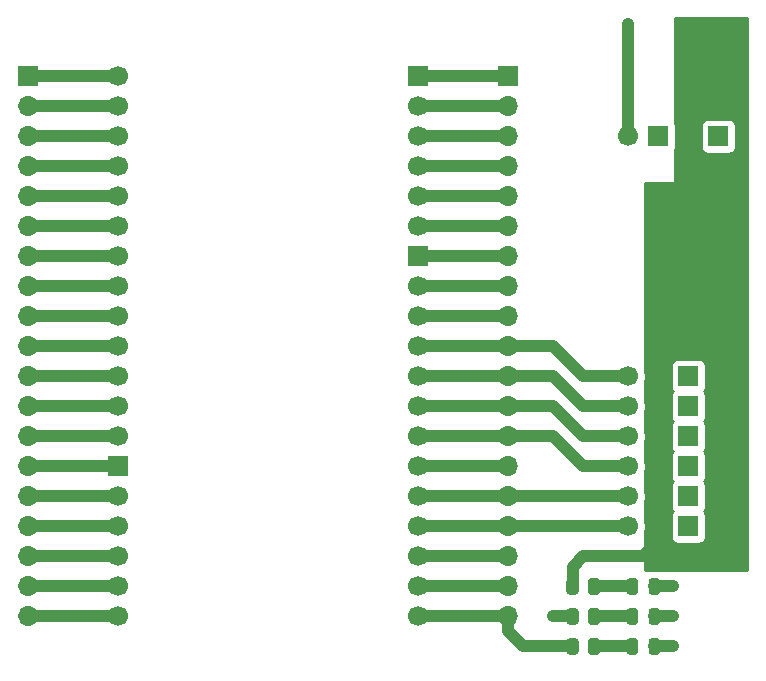
<source format=gbr>
%TF.GenerationSoftware,KiCad,Pcbnew,5.1.10-88a1d61d58~90~ubuntu20.04.1*%
%TF.CreationDate,2021-09-15T12:25:38+00:00*%
%TF.ProjectId,WifiServoBridge,57696669-5365-4727-966f-427269646765,rev?*%
%TF.SameCoordinates,Original*%
%TF.FileFunction,Copper,L1,Top*%
%TF.FilePolarity,Positive*%
%FSLAX46Y46*%
G04 Gerber Fmt 4.6, Leading zero omitted, Abs format (unit mm)*
G04 Created by KiCad (PCBNEW 5.1.10-88a1d61d58~90~ubuntu20.04.1) date 2021-09-15 12:25:38*
%MOMM*%
%LPD*%
G01*
G04 APERTURE LIST*
%TA.AperFunction,ComponentPad*%
%ADD10O,1.700000X1.700000*%
%TD*%
%TA.AperFunction,ComponentPad*%
%ADD11R,1.700000X1.700000*%
%TD*%
%TA.AperFunction,ComponentPad*%
%ADD12C,1.700000*%
%TD*%
%TA.AperFunction,ViaPad*%
%ADD13C,0.800000*%
%TD*%
%TA.AperFunction,Conductor*%
%ADD14C,1.000000*%
%TD*%
%TA.AperFunction,Conductor*%
%ADD15C,0.254000*%
%TD*%
%TA.AperFunction,Conductor*%
%ADD16C,0.100000*%
%TD*%
G04 APERTURE END LIST*
D10*
%TO.P,J4,19*%
%TO.N,DEBUG_LED*%
X392430000Y83820000D03*
%TO.P,J4,18*%
%TO.N,MCU_GPIO7*%
X392430000Y86360000D03*
%TO.P,J4,17*%
%TO.N,MCU_GPIO8*%
X392430000Y88900000D03*
%TO.P,J4,16*%
%TO.N,MCU_GPIO15*%
X392430000Y91440000D03*
%TO.P,J4,15*%
%TO.N,MCU_GPIO2*%
X392430000Y93980000D03*
%TO.P,J4,14*%
%TO.N,MCU_GPIO0*%
X392430000Y96520000D03*
%TO.P,J4,13*%
%TO.N,MCU_GPIO4*%
X392430000Y99060000D03*
%TO.P,J4,12*%
%TO.N,MCU_GPIO16*%
X392430000Y101600000D03*
%TO.P,J4,11*%
%TO.N,MCU_GPIO17*%
X392430000Y104140000D03*
%TO.P,J4,10*%
%TO.N,MCU_GPIO5*%
X392430000Y106680000D03*
%TO.P,J4,9*%
%TO.N,MCU_GPIO18*%
X392430000Y109220000D03*
%TO.P,J4,8*%
%TO.N,MCU_GPIO19*%
X392430000Y111760000D03*
%TO.P,J4,7*%
%TO.N,MCU_GND*%
X392430000Y114300000D03*
%TO.P,J4,6*%
%TO.N,MCU_GPIO21*%
X392430000Y116840000D03*
%TO.P,J4,5*%
%TO.N,MCU_GPIO3*%
X392430000Y119380000D03*
%TO.P,J4,4*%
%TO.N,MCU_GPIO1*%
X392430000Y121920000D03*
%TO.P,J4,3*%
%TO.N,MCU_GPIO22*%
X392430000Y124460000D03*
%TO.P,J4,2*%
%TO.N,MCU_GPIO23*%
X392430000Y127000000D03*
D11*
%TO.P,J4,1*%
%TO.N,MCU_GND*%
X392430000Y129540000D03*
%TD*%
D10*
%TO.P,J3,19*%
%TO.N,MCU_+5V*%
X351790000Y83820000D03*
%TO.P,J3,18*%
%TO.N,MCU_CMD*%
X351790000Y86360000D03*
%TO.P,J3,17*%
%TO.N,MCU_GPIO10*%
X351790000Y88900000D03*
%TO.P,J3,16*%
%TO.N,MCU_GPIO9*%
X351790000Y91440000D03*
%TO.P,J3,15*%
%TO.N,MCU_GPIO13*%
X351790000Y93980000D03*
%TO.P,J3,14*%
%TO.N,MCU_GND*%
X351790000Y96520000D03*
%TO.P,J3,13*%
%TO.N,MCU_GPIO12*%
X351790000Y99060000D03*
%TO.P,J3,12*%
%TO.N,MCU_GPIO14*%
X351790000Y101600000D03*
%TO.P,J3,11*%
%TO.N,MCU_GPIO27*%
X351790000Y104140000D03*
%TO.P,J3,10*%
%TO.N,MCU_GPIO26*%
X351790000Y106680000D03*
%TO.P,J3,9*%
%TO.N,MCU_GPIO25*%
X351790000Y109220000D03*
%TO.P,J3,8*%
%TO.N,MCU_GPIO33*%
X351790000Y111760000D03*
%TO.P,J3,7*%
%TO.N,MCU_GPIO32*%
X351790000Y114300000D03*
%TO.P,J3,6*%
%TO.N,MCU_GPIO35*%
X351790000Y116840000D03*
%TO.P,J3,5*%
%TO.N,MCU_GPIO34*%
X351790000Y119380000D03*
%TO.P,J3,4*%
%TO.N,MCU_SN*%
X351790000Y121920000D03*
%TO.P,J3,3*%
%TO.N,MCU_SP*%
X351790000Y124460000D03*
%TO.P,J3,2*%
%TO.N,MCU_EN*%
X351790000Y127000000D03*
D11*
%TO.P,J3,1*%
%TO.N,MCU_+3V3*%
X351790000Y129540000D03*
%TD*%
%TO.P,J1,2*%
%TO.N,MCU_GND*%
X410210000Y124460000D03*
D12*
%TO.P,J1,1*%
%TO.N,SERVO_VCC*%
X407670000Y124460000D03*
%TD*%
%TO.P,J2,1*%
%TO.N,MCU_+5V*%
X402590000Y124460000D03*
D11*
%TO.P,J2,2*%
%TO.N,MCU_GND*%
X405130000Y124460000D03*
%TD*%
D12*
%TO.P,J5,1*%
%TO.N,MCU_GPIO5*%
X402590000Y104140000D03*
%TO.P,J5,2*%
%TO.N,SERVO_VCC*%
X405130000Y104140000D03*
D11*
%TO.P,J5,3*%
%TO.N,MCU_GND*%
X407670000Y104140000D03*
%TD*%
%TO.P,J6,3*%
%TO.N,MCU_GND*%
X407670000Y101600000D03*
D12*
%TO.P,J6,2*%
%TO.N,SERVO_VCC*%
X405130000Y101600000D03*
%TO.P,J6,1*%
%TO.N,MCU_GPIO17*%
X402590000Y101600000D03*
%TD*%
%TO.P,J7,1*%
%TO.N,MCU_GPIO16*%
X402590000Y99060000D03*
%TO.P,J7,2*%
%TO.N,SERVO_VCC*%
X405130000Y99060000D03*
D11*
%TO.P,J7,3*%
%TO.N,MCU_GND*%
X407670000Y99060000D03*
%TD*%
%TO.P,J8,3*%
%TO.N,MCU_GND*%
X407670000Y96520000D03*
D12*
%TO.P,J8,2*%
%TO.N,SERVO_VCC*%
X405130000Y96520000D03*
%TO.P,J8,1*%
%TO.N,MCU_GPIO4*%
X402590000Y96520000D03*
%TD*%
%TO.P,J9,1*%
%TO.N,MCU_GPIO2*%
X402590000Y93980000D03*
%TO.P,J9,2*%
%TO.N,SERVO_VCC*%
X405130000Y93980000D03*
D11*
%TO.P,J9,3*%
%TO.N,MCU_GND*%
X407670000Y93980000D03*
%TD*%
%TO.P,J10,3*%
%TO.N,MCU_GND*%
X407670000Y91440000D03*
D12*
%TO.P,J10,2*%
%TO.N,SERVO_VCC*%
X405130000Y91440000D03*
%TO.P,J10,1*%
%TO.N,MCU_GPIO15*%
X402590000Y91440000D03*
%TD*%
%TO.P,U1,2*%
%TO.N,MCU_+3V3*%
X359410000Y129540000D03*
%TO.P,U1,4*%
%TO.N,MCU_EN*%
X359410000Y127000000D03*
%TO.P,U1,5*%
%TO.N,MCU_SP*%
X359410000Y124460000D03*
%TO.P,U1,6*%
%TO.N,MCU_SN*%
X359410000Y121920000D03*
%TO.P,U1,35*%
%TO.N,MCU_GPIO34*%
X359410000Y119380000D03*
%TO.P,U1,36*%
%TO.N,MCU_GPIO35*%
X359410000Y116840000D03*
%TO.P,U1,33*%
%TO.N,MCU_GPIO32*%
X359410000Y114300000D03*
%TO.P,U1,34*%
%TO.N,MCU_GPIO33*%
X359410000Y111760000D03*
%TO.P,U1,30*%
%TO.N,MCU_GPIO25*%
X359410000Y109220000D03*
%TO.P,U1,31*%
%TO.N,MCU_GPIO26*%
X359410000Y106680000D03*
%TO.P,U1,32*%
%TO.N,MCU_GPIO27*%
X359410000Y104140000D03*
%TO.P,U1,21*%
%TO.N,MCU_GPIO14*%
X359410000Y101600000D03*
%TO.P,U1,19*%
%TO.N,MCU_GPIO12*%
X359410000Y99060000D03*
D11*
%TO.P,U1,1*%
%TO.N,MCU_GND*%
X359410000Y96520000D03*
D12*
%TO.P,U1,20*%
%TO.N,MCU_GPIO13*%
X359410000Y93980000D03*
%TO.P,U1,17*%
%TO.N,MCU_GPIO9*%
X359410000Y91440000D03*
%TO.P,U1,18*%
%TO.N,MCU_GPIO10*%
X359410000Y88900000D03*
%TO.P,U1,7*%
%TO.N,MCU_CMD*%
X359410000Y86360000D03*
%TO.P,U1,3*%
%TO.N,MCU_+5V*%
X359410000Y83820000D03*
D11*
%TO.P,U1,1*%
%TO.N,MCU_GND*%
X384810000Y129540000D03*
D12*
%TO.P,U1,29*%
%TO.N,MCU_GPIO23*%
X384810000Y127000000D03*
%TO.P,U1,28*%
%TO.N,MCU_GPIO22*%
X384810000Y124460000D03*
%TO.P,U1,9*%
%TO.N,MCU_GPIO1*%
X384810000Y121920000D03*
%TO.P,U1,11*%
%TO.N,MCU_GPIO3*%
X384810000Y119380000D03*
%TO.P,U1,27*%
%TO.N,MCU_GPIO21*%
X384810000Y116840000D03*
D11*
%TO.P,U1,1*%
%TO.N,MCU_GND*%
X384810000Y114300000D03*
D12*
%TO.P,U1,26*%
%TO.N,MCU_GPIO19*%
X384810000Y111760000D03*
%TO.P,U1,25*%
%TO.N,MCU_GPIO18*%
X384810000Y109220000D03*
%TO.P,U1,13*%
%TO.N,MCU_GPIO5*%
X384810000Y106680000D03*
%TO.P,U1,24*%
%TO.N,MCU_GPIO17*%
X384810000Y104140000D03*
%TO.P,U1,23*%
%TO.N,MCU_GPIO16*%
X384810000Y101600000D03*
%TO.P,U1,12*%
%TO.N,MCU_GPIO4*%
X384810000Y99060000D03*
%TO.P,U1,8*%
%TO.N,MCU_GPIO0*%
X384810000Y96520000D03*
%TO.P,U1,10*%
%TO.N,MCU_GPIO2*%
X384810000Y93980000D03*
%TO.P,U1,22*%
%TO.N,MCU_GPIO15*%
X384810000Y91440000D03*
%TO.P,U1,16*%
%TO.N,MCU_GPIO8*%
X384810000Y88900000D03*
%TO.P,U1,15*%
%TO.N,MCU_GPIO7*%
X384810000Y86360000D03*
%TO.P,U1,14*%
%TO.N,DEBUG_LED*%
X384810000Y83820000D03*
%TD*%
%TO.P,D2,1*%
%TO.N,MCU_GND*%
%TA.AperFunction,SMDPad,CuDef*%
G36*
G01*
X405285000Y84276250D02*
X405285000Y83363750D01*
G75*
G02*
X405041250Y83120000I-243750J0D01*
G01*
X404553750Y83120000D01*
G75*
G02*
X404310000Y83363750I0J243750D01*
G01*
X404310000Y84276250D01*
G75*
G02*
X404553750Y84520000I243750J0D01*
G01*
X405041250Y84520000D01*
G75*
G02*
X405285000Y84276250I0J-243750D01*
G01*
G37*
%TD.AperFunction*%
%TO.P,D2,2*%
%TO.N,Net-(D2-Pad2)*%
%TA.AperFunction,SMDPad,CuDef*%
G36*
G01*
X403410000Y84276250D02*
X403410000Y83363750D01*
G75*
G02*
X403166250Y83120000I-243750J0D01*
G01*
X402678750Y83120000D01*
G75*
G02*
X402435000Y83363750I0J243750D01*
G01*
X402435000Y84276250D01*
G75*
G02*
X402678750Y84520000I243750J0D01*
G01*
X403166250Y84520000D01*
G75*
G02*
X403410000Y84276250I0J-243750D01*
G01*
G37*
%TD.AperFunction*%
%TD*%
%TO.P,D3,2*%
%TO.N,Net-(D3-Pad2)*%
%TA.AperFunction,SMDPad,CuDef*%
G36*
G01*
X403410000Y81736250D02*
X403410000Y80823750D01*
G75*
G02*
X403166250Y80580000I-243750J0D01*
G01*
X402678750Y80580000D01*
G75*
G02*
X402435000Y80823750I0J243750D01*
G01*
X402435000Y81736250D01*
G75*
G02*
X402678750Y81980000I243750J0D01*
G01*
X403166250Y81980000D01*
G75*
G02*
X403410000Y81736250I0J-243750D01*
G01*
G37*
%TD.AperFunction*%
%TO.P,D3,1*%
%TO.N,MCU_GND*%
%TA.AperFunction,SMDPad,CuDef*%
G36*
G01*
X405285000Y81736250D02*
X405285000Y80823750D01*
G75*
G02*
X405041250Y80580000I-243750J0D01*
G01*
X404553750Y80580000D01*
G75*
G02*
X404310000Y80823750I0J243750D01*
G01*
X404310000Y81736250D01*
G75*
G02*
X404553750Y81980000I243750J0D01*
G01*
X405041250Y81980000D01*
G75*
G02*
X405285000Y81736250I0J-243750D01*
G01*
G37*
%TD.AperFunction*%
%TD*%
%TO.P,R2,1*%
%TO.N,Net-(D2-Pad2)*%
%TA.AperFunction,SMDPad,CuDef*%
G36*
G01*
X400205000Y84270002D02*
X400205000Y83369998D01*
G75*
G02*
X399955002Y83120000I-249998J0D01*
G01*
X399429998Y83120000D01*
G75*
G02*
X399180000Y83369998I0J249998D01*
G01*
X399180000Y84270002D01*
G75*
G02*
X399429998Y84520000I249998J0D01*
G01*
X399955002Y84520000D01*
G75*
G02*
X400205000Y84270002I0J-249998D01*
G01*
G37*
%TD.AperFunction*%
%TO.P,R2,2*%
%TO.N,MCU_+3V3*%
%TA.AperFunction,SMDPad,CuDef*%
G36*
G01*
X398380000Y84270002D02*
X398380000Y83369998D01*
G75*
G02*
X398130002Y83120000I-249998J0D01*
G01*
X397604998Y83120000D01*
G75*
G02*
X397355000Y83369998I0J249998D01*
G01*
X397355000Y84270002D01*
G75*
G02*
X397604998Y84520000I249998J0D01*
G01*
X398130002Y84520000D01*
G75*
G02*
X398380000Y84270002I0J-249998D01*
G01*
G37*
%TD.AperFunction*%
%TD*%
%TO.P,R3,2*%
%TO.N,DEBUG_LED*%
%TA.AperFunction,SMDPad,CuDef*%
G36*
G01*
X398380000Y81730002D02*
X398380000Y80829998D01*
G75*
G02*
X398130002Y80580000I-249998J0D01*
G01*
X397604998Y80580000D01*
G75*
G02*
X397355000Y80829998I0J249998D01*
G01*
X397355000Y81730002D01*
G75*
G02*
X397604998Y81980000I249998J0D01*
G01*
X398130002Y81980000D01*
G75*
G02*
X398380000Y81730002I0J-249998D01*
G01*
G37*
%TD.AperFunction*%
%TO.P,R3,1*%
%TO.N,Net-(D3-Pad2)*%
%TA.AperFunction,SMDPad,CuDef*%
G36*
G01*
X400205000Y81730002D02*
X400205000Y80829998D01*
G75*
G02*
X399955002Y80580000I-249998J0D01*
G01*
X399429998Y80580000D01*
G75*
G02*
X399180000Y80829998I0J249998D01*
G01*
X399180000Y81730002D01*
G75*
G02*
X399429998Y81980000I249998J0D01*
G01*
X399955002Y81980000D01*
G75*
G02*
X400205000Y81730002I0J-249998D01*
G01*
G37*
%TD.AperFunction*%
%TD*%
%TO.P,D1,1*%
%TO.N,MCU_GND*%
%TA.AperFunction,SMDPad,CuDef*%
G36*
G01*
X405285000Y86816250D02*
X405285000Y85903750D01*
G75*
G02*
X405041250Y85660000I-243750J0D01*
G01*
X404553750Y85660000D01*
G75*
G02*
X404310000Y85903750I0J243750D01*
G01*
X404310000Y86816250D01*
G75*
G02*
X404553750Y87060000I243750J0D01*
G01*
X405041250Y87060000D01*
G75*
G02*
X405285000Y86816250I0J-243750D01*
G01*
G37*
%TD.AperFunction*%
%TO.P,D1,2*%
%TO.N,Net-(D1-Pad2)*%
%TA.AperFunction,SMDPad,CuDef*%
G36*
G01*
X403410000Y86816250D02*
X403410000Y85903750D01*
G75*
G02*
X403166250Y85660000I-243750J0D01*
G01*
X402678750Y85660000D01*
G75*
G02*
X402435000Y85903750I0J243750D01*
G01*
X402435000Y86816250D01*
G75*
G02*
X402678750Y87060000I243750J0D01*
G01*
X403166250Y87060000D01*
G75*
G02*
X403410000Y86816250I0J-243750D01*
G01*
G37*
%TD.AperFunction*%
%TD*%
%TO.P,R1,1*%
%TO.N,Net-(D1-Pad2)*%
%TA.AperFunction,SMDPad,CuDef*%
G36*
G01*
X400205000Y86810002D02*
X400205000Y85909998D01*
G75*
G02*
X399955002Y85660000I-249998J0D01*
G01*
X399429998Y85660000D01*
G75*
G02*
X399180000Y85909998I0J249998D01*
G01*
X399180000Y86810002D01*
G75*
G02*
X399429998Y87060000I249998J0D01*
G01*
X399955002Y87060000D01*
G75*
G02*
X400205000Y86810002I0J-249998D01*
G01*
G37*
%TD.AperFunction*%
%TO.P,R1,2*%
%TO.N,SERVO_VCC*%
%TA.AperFunction,SMDPad,CuDef*%
G36*
G01*
X398380000Y86810002D02*
X398380000Y85909998D01*
G75*
G02*
X398130002Y85660000I-249998J0D01*
G01*
X397604998Y85660000D01*
G75*
G02*
X397355000Y85909998I0J249998D01*
G01*
X397355000Y86810002D01*
G75*
G02*
X397604998Y87060000I249998J0D01*
G01*
X398130002Y87060000D01*
G75*
G02*
X398380000Y86810002I0J-249998D01*
G01*
G37*
%TD.AperFunction*%
%TD*%
D13*
%TO.N,MCU_GND*%
X406400000Y86360000D03*
X406400000Y83820000D03*
X406400000Y81280000D03*
%TO.N,MCU_+5V*%
X402590000Y133985000D03*
%TO.N,MCU_+3V3*%
X396240000Y83820000D03*
%TD*%
D14*
%TO.N,SERVO_VCC*%
X397867500Y86360000D02*
X397867500Y87987500D01*
X397867500Y87987500D02*
X398780000Y88900000D01*
X398780000Y88900000D02*
X403860000Y88900000D01*
X403860000Y88900000D02*
X405130000Y90170000D01*
X405130000Y90170000D02*
X405130000Y91440000D01*
%TO.N,MCU_GND*%
X404797500Y86360000D02*
X406400000Y86360000D01*
X351790000Y96520000D02*
X359410000Y96520000D01*
X384810000Y114300000D02*
X392430000Y114300000D01*
X384810000Y129540000D02*
X392430000Y129540000D01*
X404797500Y81280000D02*
X406400000Y81280000D01*
X404797500Y83820000D02*
X406400000Y83820000D01*
%TO.N,MCU_+5V*%
X351790000Y83820000D02*
X359410000Y83820000D01*
X402590000Y124460000D02*
X402590000Y133985000D01*
%TO.N,MCU_CMD*%
X351790000Y86360000D02*
X359410000Y86360000D01*
%TO.N,MCU_GPIO10*%
X351790000Y88900000D02*
X359410000Y88900000D01*
%TO.N,MCU_GPIO9*%
X351790000Y91440000D02*
X359410000Y91440000D01*
%TO.N,MCU_GPIO27*%
X351790000Y104140000D02*
X359410000Y104140000D01*
%TO.N,MCU_GPIO26*%
X351790000Y106680000D02*
X359410000Y106680000D01*
%TO.N,MCU_GPIO25*%
X351790000Y109220000D02*
X359410000Y109220000D01*
%TO.N,MCU_GPIO33*%
X351790000Y111760000D02*
X359410000Y111760000D01*
%TO.N,MCU_GPIO32*%
X351790000Y114300000D02*
X359410000Y114300000D01*
%TO.N,MCU_GPIO35*%
X351790000Y116840000D02*
X359410000Y116840000D01*
%TO.N,MCU_GPIO34*%
X351790000Y119380000D02*
X359410000Y119380000D01*
%TO.N,MCU_SN*%
X351790000Y121920000D02*
X359410000Y121920000D01*
%TO.N,MCU_SP*%
X351790000Y124460000D02*
X359410000Y124460000D01*
%TO.N,MCU_EN*%
X351790000Y127000000D02*
X359410000Y127000000D01*
%TO.N,MCU_GPIO7*%
X384810000Y86360000D02*
X392430000Y86360000D01*
%TO.N,MCU_GPIO8*%
X384810000Y88900000D02*
X392430000Y88900000D01*
%TO.N,MCU_GPIO15*%
X384810000Y91440000D02*
X392430000Y91440000D01*
X392430000Y91440000D02*
X402590000Y91440000D01*
%TO.N,MCU_GPIO0*%
X384810000Y96520000D02*
X392430000Y96520000D01*
%TO.N,MCU_GPIO16*%
X384810000Y101600000D02*
X392430000Y101600000D01*
X392430000Y101600000D02*
X396240000Y101600000D01*
X396240000Y101600000D02*
X398780000Y99060000D01*
X398780000Y99060000D02*
X402590000Y99060000D01*
%TO.N,MCU_GPIO17*%
X384810000Y104140000D02*
X392430000Y104140000D01*
X392430000Y104140000D02*
X396240000Y104140000D01*
X396240000Y104140000D02*
X398780000Y101600000D01*
X398780000Y101600000D02*
X402590000Y101600000D01*
%TO.N,MCU_GPIO18*%
X384810000Y109220000D02*
X392430000Y109220000D01*
%TO.N,MCU_GPIO19*%
X384810000Y111760000D02*
X392430000Y111760000D01*
%TO.N,MCU_GPIO3*%
X384810000Y119380000D02*
X392430000Y119380000D01*
%TO.N,MCU_GPIO1*%
X384810000Y121920000D02*
X392430000Y121920000D01*
%TO.N,MCU_GPIO22*%
X384810000Y124460000D02*
X392430000Y124460000D01*
%TO.N,MCU_GPIO23*%
X384810000Y127000000D02*
X392430000Y127000000D01*
%TO.N,MCU_+3V3*%
X351790000Y129540000D02*
X359410000Y129540000D01*
X396240000Y83820000D02*
X397867500Y83820000D01*
%TO.N,DEBUG_LED*%
X392430000Y83820000D02*
X384810000Y83820000D01*
X392430000Y83820000D02*
X392430000Y82550000D01*
X392430000Y82550000D02*
X393700000Y81280000D01*
X393700000Y81280000D02*
X397867500Y81280000D01*
%TO.N,MCU_GPIO21*%
X384810000Y116840000D02*
X392430000Y116840000D01*
%TO.N,MCU_GPIO13*%
X351790000Y93980000D02*
X359410000Y93980000D01*
%TO.N,MCU_GPIO12*%
X351790000Y99060000D02*
X359410000Y99060000D01*
%TO.N,MCU_GPIO14*%
X351790000Y101600000D02*
X359410000Y101600000D01*
%TO.N,MCU_GPIO2*%
X392430000Y93980000D02*
X384810000Y93980000D01*
X392430000Y93980000D02*
X402590000Y93980000D01*
%TO.N,MCU_GPIO4*%
X384810000Y99060000D02*
X392430000Y99060000D01*
X396240000Y99060000D02*
X392430000Y99060000D01*
X398780000Y96520000D02*
X396240000Y99060000D01*
X402590000Y96520000D02*
X398780000Y96520000D01*
%TO.N,MCU_GPIO5*%
X384810000Y106680000D02*
X392430000Y106680000D01*
X392430000Y106680000D02*
X396240000Y106680000D01*
X396240000Y106680000D02*
X398780000Y104140000D01*
X398780000Y104140000D02*
X402590000Y104140000D01*
%TO.N,Net-(D1-Pad2)*%
X399692500Y86360000D02*
X402922500Y86360000D01*
%TO.N,Net-(D2-Pad2)*%
X402922500Y83820000D02*
X399692500Y83820000D01*
%TO.N,Net-(D3-Pad2)*%
X399692500Y81280000D02*
X402922500Y81280000D01*
%TD*%
D15*
%TO.N,SERVO_VCC*%
X412623000Y87757000D02*
X403987000Y87757000D01*
X403987000Y90932165D01*
X404017932Y91006842D01*
X404075000Y91293740D01*
X404075000Y91586260D01*
X404017932Y91873158D01*
X403987000Y91947835D01*
X403987000Y93472165D01*
X404017932Y93546842D01*
X404075000Y93833740D01*
X404075000Y94126260D01*
X404017932Y94413158D01*
X403987000Y94487835D01*
X403987000Y96012165D01*
X404017932Y96086842D01*
X404075000Y96373740D01*
X404075000Y96666260D01*
X404017932Y96953158D01*
X403987000Y97027835D01*
X403987000Y98552165D01*
X404017932Y98626842D01*
X404075000Y98913740D01*
X404075000Y99206260D01*
X404017932Y99493158D01*
X403987000Y99567835D01*
X403987000Y101092165D01*
X404017932Y101166842D01*
X404075000Y101453740D01*
X404075000Y101746260D01*
X404017932Y102033158D01*
X403987000Y102107835D01*
X403987000Y103632165D01*
X404017932Y103706842D01*
X404075000Y103993740D01*
X404075000Y104286260D01*
X404017932Y104573158D01*
X403987000Y104647835D01*
X403987000Y104990000D01*
X406181928Y104990000D01*
X406181928Y103290000D01*
X406194188Y103165518D01*
X406230498Y103045820D01*
X406289463Y102935506D01*
X406343222Y102870000D01*
X406289463Y102804494D01*
X406230498Y102694180D01*
X406194188Y102574482D01*
X406181928Y102450000D01*
X406181928Y100750000D01*
X406194188Y100625518D01*
X406230498Y100505820D01*
X406289463Y100395506D01*
X406343222Y100330000D01*
X406289463Y100264494D01*
X406230498Y100154180D01*
X406194188Y100034482D01*
X406181928Y99910000D01*
X406181928Y98210000D01*
X406194188Y98085518D01*
X406230498Y97965820D01*
X406289463Y97855506D01*
X406343222Y97790000D01*
X406289463Y97724494D01*
X406230498Y97614180D01*
X406194188Y97494482D01*
X406181928Y97370000D01*
X406181928Y95670000D01*
X406194188Y95545518D01*
X406230498Y95425820D01*
X406289463Y95315506D01*
X406343222Y95250000D01*
X406289463Y95184494D01*
X406230498Y95074180D01*
X406194188Y94954482D01*
X406181928Y94830000D01*
X406181928Y93130000D01*
X406194188Y93005518D01*
X406230498Y92885820D01*
X406289463Y92775506D01*
X406343222Y92710000D01*
X406289463Y92644494D01*
X406230498Y92534180D01*
X406194188Y92414482D01*
X406181928Y92290000D01*
X406181928Y90590000D01*
X406194188Y90465518D01*
X406230498Y90345820D01*
X406289463Y90235506D01*
X406368815Y90138815D01*
X406465506Y90059463D01*
X406575820Y90000498D01*
X406695518Y89964188D01*
X406820000Y89951928D01*
X408520000Y89951928D01*
X408644482Y89964188D01*
X408764180Y90000498D01*
X408874494Y90059463D01*
X408971185Y90138815D01*
X409050537Y90235506D01*
X409109502Y90345820D01*
X409145812Y90465518D01*
X409158072Y90590000D01*
X409158072Y92290000D01*
X409145812Y92414482D01*
X409109502Y92534180D01*
X409050537Y92644494D01*
X408996778Y92710000D01*
X409050537Y92775506D01*
X409109502Y92885820D01*
X409145812Y93005518D01*
X409158072Y93130000D01*
X409158072Y94830000D01*
X409145812Y94954482D01*
X409109502Y95074180D01*
X409050537Y95184494D01*
X408996778Y95250000D01*
X409050537Y95315506D01*
X409109502Y95425820D01*
X409145812Y95545518D01*
X409158072Y95670000D01*
X409158072Y97370000D01*
X409145812Y97494482D01*
X409109502Y97614180D01*
X409050537Y97724494D01*
X408996778Y97790000D01*
X409050537Y97855506D01*
X409109502Y97965820D01*
X409145812Y98085518D01*
X409158072Y98210000D01*
X409158072Y99910000D01*
X409145812Y100034482D01*
X409109502Y100154180D01*
X409050537Y100264494D01*
X408996778Y100330000D01*
X409050537Y100395506D01*
X409109502Y100505820D01*
X409145812Y100625518D01*
X409158072Y100750000D01*
X409158072Y102450000D01*
X409145812Y102574482D01*
X409109502Y102694180D01*
X409050537Y102804494D01*
X408996778Y102870000D01*
X409050537Y102935506D01*
X409109502Y103045820D01*
X409145812Y103165518D01*
X409158072Y103290000D01*
X409158072Y104990000D01*
X409145812Y105114482D01*
X409109502Y105234180D01*
X409050537Y105344494D01*
X408971185Y105441185D01*
X408874494Y105520537D01*
X408764180Y105579502D01*
X408644482Y105615812D01*
X408520000Y105628072D01*
X406820000Y105628072D01*
X406695518Y105615812D01*
X406575820Y105579502D01*
X406465506Y105520537D01*
X406368815Y105441185D01*
X406289463Y105344494D01*
X406230498Y105234180D01*
X406194188Y105114482D01*
X406181928Y104990000D01*
X403987000Y104990000D01*
X403987000Y120523000D01*
X406400000Y120523000D01*
X406424776Y120525440D01*
X406448601Y120532667D01*
X406470557Y120544403D01*
X406489803Y120560197D01*
X406505597Y120579443D01*
X406517333Y120601399D01*
X406524560Y120625224D01*
X406527000Y120650000D01*
X406527000Y123286306D01*
X406569502Y123365820D01*
X406605812Y123485518D01*
X406618072Y123610000D01*
X406618072Y125310000D01*
X408721928Y125310000D01*
X408721928Y123610000D01*
X408734188Y123485518D01*
X408770498Y123365820D01*
X408829463Y123255506D01*
X408908815Y123158815D01*
X409005506Y123079463D01*
X409115820Y123020498D01*
X409235518Y122984188D01*
X409360000Y122971928D01*
X411060000Y122971928D01*
X411184482Y122984188D01*
X411304180Y123020498D01*
X411414494Y123079463D01*
X411511185Y123158815D01*
X411590537Y123255506D01*
X411649502Y123365820D01*
X411685812Y123485518D01*
X411698072Y123610000D01*
X411698072Y125310000D01*
X411685812Y125434482D01*
X411649502Y125554180D01*
X411590537Y125664494D01*
X411511185Y125761185D01*
X411414494Y125840537D01*
X411304180Y125899502D01*
X411184482Y125935812D01*
X411060000Y125948072D01*
X409360000Y125948072D01*
X409235518Y125935812D01*
X409115820Y125899502D01*
X409005506Y125840537D01*
X408908815Y125761185D01*
X408829463Y125664494D01*
X408770498Y125554180D01*
X408734188Y125434482D01*
X408721928Y125310000D01*
X406618072Y125310000D01*
X406605812Y125434482D01*
X406569502Y125554180D01*
X406527000Y125633694D01*
X406527000Y134493000D01*
X412623000Y134493000D01*
X412623000Y87757000D01*
%TA.AperFunction,Conductor*%
D16*
G36*
X412623000Y87757000D02*
G01*
X403987000Y87757000D01*
X403987000Y90932165D01*
X404017932Y91006842D01*
X404075000Y91293740D01*
X404075000Y91586260D01*
X404017932Y91873158D01*
X403987000Y91947835D01*
X403987000Y93472165D01*
X404017932Y93546842D01*
X404075000Y93833740D01*
X404075000Y94126260D01*
X404017932Y94413158D01*
X403987000Y94487835D01*
X403987000Y96012165D01*
X404017932Y96086842D01*
X404075000Y96373740D01*
X404075000Y96666260D01*
X404017932Y96953158D01*
X403987000Y97027835D01*
X403987000Y98552165D01*
X404017932Y98626842D01*
X404075000Y98913740D01*
X404075000Y99206260D01*
X404017932Y99493158D01*
X403987000Y99567835D01*
X403987000Y101092165D01*
X404017932Y101166842D01*
X404075000Y101453740D01*
X404075000Y101746260D01*
X404017932Y102033158D01*
X403987000Y102107835D01*
X403987000Y103632165D01*
X404017932Y103706842D01*
X404075000Y103993740D01*
X404075000Y104286260D01*
X404017932Y104573158D01*
X403987000Y104647835D01*
X403987000Y104990000D01*
X406181928Y104990000D01*
X406181928Y103290000D01*
X406194188Y103165518D01*
X406230498Y103045820D01*
X406289463Y102935506D01*
X406343222Y102870000D01*
X406289463Y102804494D01*
X406230498Y102694180D01*
X406194188Y102574482D01*
X406181928Y102450000D01*
X406181928Y100750000D01*
X406194188Y100625518D01*
X406230498Y100505820D01*
X406289463Y100395506D01*
X406343222Y100330000D01*
X406289463Y100264494D01*
X406230498Y100154180D01*
X406194188Y100034482D01*
X406181928Y99910000D01*
X406181928Y98210000D01*
X406194188Y98085518D01*
X406230498Y97965820D01*
X406289463Y97855506D01*
X406343222Y97790000D01*
X406289463Y97724494D01*
X406230498Y97614180D01*
X406194188Y97494482D01*
X406181928Y97370000D01*
X406181928Y95670000D01*
X406194188Y95545518D01*
X406230498Y95425820D01*
X406289463Y95315506D01*
X406343222Y95250000D01*
X406289463Y95184494D01*
X406230498Y95074180D01*
X406194188Y94954482D01*
X406181928Y94830000D01*
X406181928Y93130000D01*
X406194188Y93005518D01*
X406230498Y92885820D01*
X406289463Y92775506D01*
X406343222Y92710000D01*
X406289463Y92644494D01*
X406230498Y92534180D01*
X406194188Y92414482D01*
X406181928Y92290000D01*
X406181928Y90590000D01*
X406194188Y90465518D01*
X406230498Y90345820D01*
X406289463Y90235506D01*
X406368815Y90138815D01*
X406465506Y90059463D01*
X406575820Y90000498D01*
X406695518Y89964188D01*
X406820000Y89951928D01*
X408520000Y89951928D01*
X408644482Y89964188D01*
X408764180Y90000498D01*
X408874494Y90059463D01*
X408971185Y90138815D01*
X409050537Y90235506D01*
X409109502Y90345820D01*
X409145812Y90465518D01*
X409158072Y90590000D01*
X409158072Y92290000D01*
X409145812Y92414482D01*
X409109502Y92534180D01*
X409050537Y92644494D01*
X408996778Y92710000D01*
X409050537Y92775506D01*
X409109502Y92885820D01*
X409145812Y93005518D01*
X409158072Y93130000D01*
X409158072Y94830000D01*
X409145812Y94954482D01*
X409109502Y95074180D01*
X409050537Y95184494D01*
X408996778Y95250000D01*
X409050537Y95315506D01*
X409109502Y95425820D01*
X409145812Y95545518D01*
X409158072Y95670000D01*
X409158072Y97370000D01*
X409145812Y97494482D01*
X409109502Y97614180D01*
X409050537Y97724494D01*
X408996778Y97790000D01*
X409050537Y97855506D01*
X409109502Y97965820D01*
X409145812Y98085518D01*
X409158072Y98210000D01*
X409158072Y99910000D01*
X409145812Y100034482D01*
X409109502Y100154180D01*
X409050537Y100264494D01*
X408996778Y100330000D01*
X409050537Y100395506D01*
X409109502Y100505820D01*
X409145812Y100625518D01*
X409158072Y100750000D01*
X409158072Y102450000D01*
X409145812Y102574482D01*
X409109502Y102694180D01*
X409050537Y102804494D01*
X408996778Y102870000D01*
X409050537Y102935506D01*
X409109502Y103045820D01*
X409145812Y103165518D01*
X409158072Y103290000D01*
X409158072Y104990000D01*
X409145812Y105114482D01*
X409109502Y105234180D01*
X409050537Y105344494D01*
X408971185Y105441185D01*
X408874494Y105520537D01*
X408764180Y105579502D01*
X408644482Y105615812D01*
X408520000Y105628072D01*
X406820000Y105628072D01*
X406695518Y105615812D01*
X406575820Y105579502D01*
X406465506Y105520537D01*
X406368815Y105441185D01*
X406289463Y105344494D01*
X406230498Y105234180D01*
X406194188Y105114482D01*
X406181928Y104990000D01*
X403987000Y104990000D01*
X403987000Y120523000D01*
X406400000Y120523000D01*
X406424776Y120525440D01*
X406448601Y120532667D01*
X406470557Y120544403D01*
X406489803Y120560197D01*
X406505597Y120579443D01*
X406517333Y120601399D01*
X406524560Y120625224D01*
X406527000Y120650000D01*
X406527000Y123286306D01*
X406569502Y123365820D01*
X406605812Y123485518D01*
X406618072Y123610000D01*
X406618072Y125310000D01*
X408721928Y125310000D01*
X408721928Y123610000D01*
X408734188Y123485518D01*
X408770498Y123365820D01*
X408829463Y123255506D01*
X408908815Y123158815D01*
X409005506Y123079463D01*
X409115820Y123020498D01*
X409235518Y122984188D01*
X409360000Y122971928D01*
X411060000Y122971928D01*
X411184482Y122984188D01*
X411304180Y123020498D01*
X411414494Y123079463D01*
X411511185Y123158815D01*
X411590537Y123255506D01*
X411649502Y123365820D01*
X411685812Y123485518D01*
X411698072Y123610000D01*
X411698072Y125310000D01*
X411685812Y125434482D01*
X411649502Y125554180D01*
X411590537Y125664494D01*
X411511185Y125761185D01*
X411414494Y125840537D01*
X411304180Y125899502D01*
X411184482Y125935812D01*
X411060000Y125948072D01*
X409360000Y125948072D01*
X409235518Y125935812D01*
X409115820Y125899502D01*
X409005506Y125840537D01*
X408908815Y125761185D01*
X408829463Y125664494D01*
X408770498Y125554180D01*
X408734188Y125434482D01*
X408721928Y125310000D01*
X406618072Y125310000D01*
X406605812Y125434482D01*
X406569502Y125554180D01*
X406527000Y125633694D01*
X406527000Y134493000D01*
X412623000Y134493000D01*
X412623000Y87757000D01*
G37*
%TD.AperFunction*%
%TD*%
M02*

</source>
